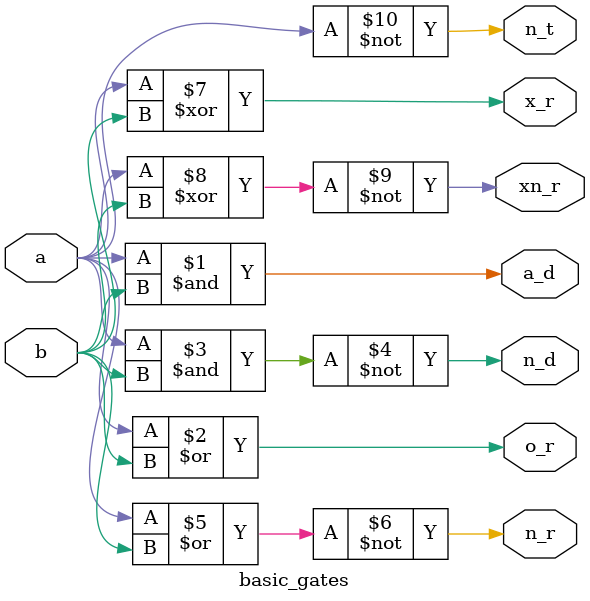
<source format=v>
`timescale 1ns / 1ps

//DATA FLOW//
/*module basic_gates(n_t,a_d,o_r,n_d,n_r,x_r,xn_r,a,b);
input a,b;
output n_t,a_d,o_r,n_d,n_r,x_r,xn_r;
assign n_t = ~a;
assign a_d = a & b;
assign o_r = a | b;
assign n_d = ~(a & b);
assign n_r = ~(a | b);
assign x_r = a ^ b;
assign xn_r = ~(a ^ b);

endmodule*/

//BEHAVIORAL//
/* module basic_gates(n_t,a_d,o_r,n_d,n_r,x_r,xn_r,a,b);
input a,b;
output reg n_t,a_d,o_r,n_d,n_r,x_r,xn_r;
always@(a,b)
begin
 n_t = ~a;
 a_d = a & b;
 o_r = a | b;
 n_d = ~(a & b);
n_r = ~(a | b);
x_r = a ^ b;
xn_r = ~(a ^ b);
end
endmodule*/

//Structural//
module basic_gates(n_t,a_d,o_r,n_d,n_r,x_r,xn_r,a,b);
input a,b;
output n_t,a_d,o_r,n_d,n_r,x_r,xn_r;
not not1(n_t,a);
and and1(a_d,a,b);
or or1(o_r,a,b);
nand nand1(n_d,a,b);
nor nor1(n_r,a,b);
xor xor1(x_r,a,b);
xnor xnor1(xn_r,a,b);
endmodule



</source>
